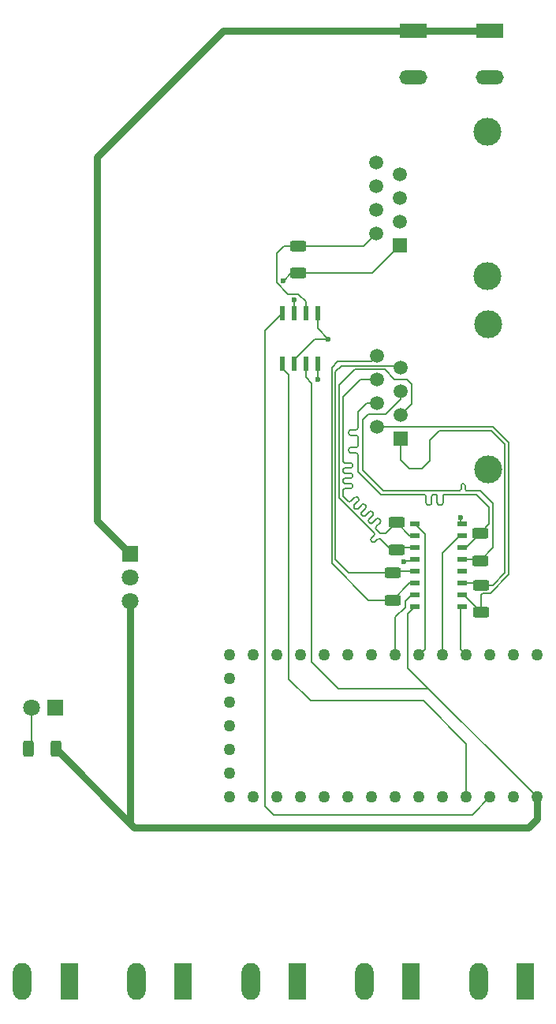
<source format=gtl>
G04 #@! TF.GenerationSoftware,KiCad,Pcbnew,8.0.0*
G04 #@! TF.CreationDate,2024-08-30T13:19:30-05:00*
G04 #@! TF.ProjectId,Rain and Switches Control Board,5261696e-2061-46e6-9420-537769746368,rev?*
G04 #@! TF.SameCoordinates,Original*
G04 #@! TF.FileFunction,Copper,L1,Top*
G04 #@! TF.FilePolarity,Positive*
%FSLAX46Y46*%
G04 Gerber Fmt 4.6, Leading zero omitted, Abs format (unit mm)*
G04 Created by KiCad (PCBNEW 8.0.0) date 2024-08-30 13:19:30*
%MOMM*%
%LPD*%
G01*
G04 APERTURE LIST*
G04 Aperture macros list*
%AMRoundRect*
0 Rectangle with rounded corners*
0 $1 Rounding radius*
0 $2 $3 $4 $5 $6 $7 $8 $9 X,Y pos of 4 corners*
0 Add a 4 corners polygon primitive as box body*
4,1,4,$2,$3,$4,$5,$6,$7,$8,$9,$2,$3,0*
0 Add four circle primitives for the rounded corners*
1,1,$1+$1,$2,$3*
1,1,$1+$1,$4,$5*
1,1,$1+$1,$6,$7*
1,1,$1+$1,$8,$9*
0 Add four rect primitives between the rounded corners*
20,1,$1+$1,$2,$3,$4,$5,0*
20,1,$1+$1,$4,$5,$6,$7,0*
20,1,$1+$1,$6,$7,$8,$9,0*
20,1,$1+$1,$8,$9,$2,$3,0*%
G04 Aperture macros list end*
G04 #@! TA.AperFunction,SMDPad,CuDef*
%ADD10RoundRect,0.250000X-0.625000X0.312500X-0.625000X-0.312500X0.625000X-0.312500X0.625000X0.312500X0*%
G04 #@! TD*
G04 #@! TA.AperFunction,ComponentPad*
%ADD11R,1.800000X1.800000*%
G04 #@! TD*
G04 #@! TA.AperFunction,ComponentPad*
%ADD12C,1.800000*%
G04 #@! TD*
G04 #@! TA.AperFunction,SMDPad,CuDef*
%ADD13RoundRect,0.250000X0.312500X0.625000X-0.312500X0.625000X-0.312500X-0.625000X0.312500X-0.625000X0*%
G04 #@! TD*
G04 #@! TA.AperFunction,ComponentPad*
%ADD14R,1.980000X3.960000*%
G04 #@! TD*
G04 #@! TA.AperFunction,ComponentPad*
%ADD15O,1.980000X3.960000*%
G04 #@! TD*
G04 #@! TA.AperFunction,ComponentPad*
%ADD16R,1.500000X1.500000*%
G04 #@! TD*
G04 #@! TA.AperFunction,ComponentPad*
%ADD17C,1.500000*%
G04 #@! TD*
G04 #@! TA.AperFunction,ComponentPad*
%ADD18C,3.000000*%
G04 #@! TD*
G04 #@! TA.AperFunction,ComponentPad*
%ADD19R,3.000000X1.500000*%
G04 #@! TD*
G04 #@! TA.AperFunction,ComponentPad*
%ADD20O,3.000000X1.500000*%
G04 #@! TD*
G04 #@! TA.AperFunction,SMDPad,CuDef*
%ADD21R,1.104900X0.508000*%
G04 #@! TD*
G04 #@! TA.AperFunction,SMDPad,CuDef*
%ADD22R,0.609600X1.549400*%
G04 #@! TD*
G04 #@! TA.AperFunction,ComponentPad*
%ADD23C,1.265000*%
G04 #@! TD*
G04 #@! TA.AperFunction,ViaPad*
%ADD24C,0.600000*%
G04 #@! TD*
G04 #@! TA.AperFunction,Conductor*
%ADD25C,0.762000*%
G04 #@! TD*
G04 #@! TA.AperFunction,Conductor*
%ADD26C,0.200000*%
G04 #@! TD*
G04 APERTURE END LIST*
D10*
X168800000Y-90035000D03*
X168800000Y-92960000D03*
D11*
X140180000Y-93350000D03*
D12*
X140180000Y-95890000D03*
X140180000Y-98430000D03*
D10*
X177870000Y-96750000D03*
X177870000Y-99675000D03*
D13*
X132252500Y-114310000D03*
X129327500Y-114310000D03*
D14*
X158140000Y-139250000D03*
D15*
X153140000Y-139250000D03*
D16*
X169270000Y-81000000D03*
D17*
X166730000Y-79730000D03*
X169270000Y-78460000D03*
X166730000Y-77190000D03*
X169270000Y-75920000D03*
X166730000Y-74650000D03*
X169270000Y-73380000D03*
X166730000Y-72110000D03*
D18*
X178670000Y-84325000D03*
X178670000Y-68785000D03*
D11*
X132210000Y-109890000D03*
D12*
X129670000Y-109890000D03*
D10*
X177790000Y-91185000D03*
X177790000Y-94110000D03*
D19*
X178800000Y-37285000D03*
X170600000Y-37285000D03*
D20*
X178800000Y-42285000D03*
X170600000Y-42285000D03*
D10*
X168400000Y-95420000D03*
X168400000Y-98345000D03*
D14*
X182620000Y-139250000D03*
D15*
X177620000Y-139250000D03*
D21*
X175820000Y-99080000D03*
X175820000Y-97810000D03*
X175820000Y-96540000D03*
X175820000Y-95270000D03*
X175820000Y-94000000D03*
X175820000Y-92730000D03*
X175820000Y-91460000D03*
X175820000Y-90190000D03*
X170740000Y-90190000D03*
X170740000Y-91460000D03*
X170740000Y-92730000D03*
X170740000Y-94000000D03*
X170740000Y-95270000D03*
X170740000Y-96540000D03*
X170740000Y-97810000D03*
X170740000Y-99080000D03*
D22*
X156540000Y-73005000D03*
X157810000Y-73005000D03*
X159080000Y-73005000D03*
X160350000Y-73005000D03*
X160350000Y-67605000D03*
X159080000Y-67605000D03*
X157810000Y-67605000D03*
X156540000Y-67605000D03*
D16*
X169165000Y-60295000D03*
D17*
X166625000Y-59025000D03*
X169165000Y-57755000D03*
X166625000Y-56485000D03*
X169165000Y-55215000D03*
X166625000Y-53945000D03*
X169165000Y-52675000D03*
X166625000Y-51405000D03*
D18*
X178565000Y-63620000D03*
X178565000Y-48080000D03*
D10*
X158230000Y-60357500D03*
X158230000Y-63282500D03*
D23*
X183915000Y-104265000D03*
X181375000Y-104265000D03*
X178835000Y-104265000D03*
X176295000Y-104265000D03*
X173755000Y-104265000D03*
X171215000Y-104265000D03*
X168675000Y-104265000D03*
X166135000Y-104265000D03*
X163595000Y-104265000D03*
X161055000Y-104265000D03*
X158515000Y-104265000D03*
X155975000Y-104265000D03*
X153435000Y-104265000D03*
X150895000Y-104265000D03*
X150895000Y-106805000D03*
X150895000Y-109345000D03*
X150895000Y-111885000D03*
X150895000Y-114425000D03*
X150895000Y-116965000D03*
X150895000Y-119505000D03*
X153435000Y-119505000D03*
X155975000Y-119505000D03*
X158515000Y-119505000D03*
X161055000Y-119505000D03*
X163595000Y-119505000D03*
X166135000Y-119505000D03*
X168675000Y-119505000D03*
X171215000Y-119505000D03*
X173755000Y-119505000D03*
X176295000Y-119505000D03*
X178835000Y-119505000D03*
X181375000Y-119505000D03*
X183915000Y-119505000D03*
D14*
X133660000Y-139250000D03*
D15*
X128660000Y-139250000D03*
D14*
X145900000Y-139250000D03*
D15*
X140900000Y-139250000D03*
D14*
X170380000Y-139250000D03*
D15*
X165380000Y-139250000D03*
D24*
X175705000Y-89495735D03*
X161495000Y-70355000D03*
X169570000Y-94195000D03*
X157830000Y-66090000D03*
X156620000Y-64060000D03*
X160385000Y-74635000D03*
D25*
X183000000Y-122740000D02*
X183915000Y-121825000D01*
X183915000Y-121825000D02*
X183915000Y-119505000D01*
X140682500Y-122740000D02*
X183000000Y-122740000D01*
X140166250Y-122223750D02*
X140682500Y-122740000D01*
X140166250Y-122223750D02*
X140180000Y-122210000D01*
X140180000Y-122210000D02*
X140180000Y-98430000D01*
X132252500Y-114310000D02*
X140166250Y-122223750D01*
X136660000Y-89830000D02*
X140180000Y-93350000D01*
X136660000Y-50840000D02*
X136660000Y-89830000D01*
X170600000Y-37285000D02*
X150215000Y-37285000D01*
X150215000Y-37285000D02*
X136660000Y-50840000D01*
X178800000Y-37285000D02*
X170600000Y-37285000D01*
D26*
X159990100Y-70355000D02*
X157810000Y-72535100D01*
X175705000Y-89495735D02*
X175705000Y-90360000D01*
X170615000Y-94180000D02*
X169585000Y-94180000D01*
X169585000Y-94180000D02*
X169570000Y-94195000D01*
X161495000Y-70355000D02*
X159990100Y-70355000D01*
X161495000Y-70355000D02*
X160350000Y-69210000D01*
X175705000Y-90360000D02*
X175695000Y-90370000D01*
X160350000Y-69210000D02*
X160350000Y-67605000D01*
X161860000Y-94440000D02*
X165765000Y-98345000D01*
X170740000Y-96540000D02*
X170205000Y-96540000D01*
X165765000Y-98345000D02*
X168400000Y-98345000D01*
X170205000Y-96540000D02*
X168400000Y-98345000D01*
X166090000Y-72750000D02*
X162520000Y-72750000D01*
X166730000Y-72110000D02*
X166090000Y-72750000D01*
X162520000Y-72750000D02*
X161860000Y-73410000D01*
X161860000Y-73410000D02*
X161860000Y-94440000D01*
X177660000Y-96540000D02*
X177870000Y-96750000D01*
X172410000Y-81180000D02*
X172410000Y-83365000D01*
X180470000Y-95460000D02*
X180470000Y-81660000D01*
X175820000Y-96540000D02*
X177660000Y-96540000D01*
X179180000Y-96750000D02*
X180470000Y-95460000D01*
X169270000Y-83280000D02*
X169270000Y-81000000D01*
X178970000Y-80160000D02*
X173430000Y-80160000D01*
X171555000Y-84220000D02*
X170210000Y-84220000D01*
X177870000Y-96750000D02*
X179180000Y-96750000D01*
X173430000Y-80160000D02*
X172410000Y-81180000D01*
X180470000Y-81660000D02*
X178970000Y-80160000D01*
X170210000Y-84220000D02*
X169270000Y-83280000D01*
X172410000Y-83365000D02*
X171555000Y-84220000D01*
X177870000Y-99675000D02*
X176005000Y-97810000D01*
X176005000Y-97810000D02*
X175820000Y-97810000D01*
X179180000Y-79730000D02*
X166730000Y-79730000D01*
X180870000Y-81420000D02*
X179180000Y-79730000D01*
X177870000Y-97782500D02*
X178040000Y-97612500D01*
X180870000Y-95625685D02*
X180870000Y-81420000D01*
X177870000Y-99675000D02*
X177870000Y-97782500D01*
X178040000Y-97612500D02*
X178883185Y-97612500D01*
X178883185Y-97612500D02*
X180870000Y-95625685D01*
X166269684Y-88957358D02*
X166191902Y-88879576D01*
X163870000Y-84734314D02*
X163280000Y-84734314D01*
X165102957Y-88101758D02*
X164685763Y-88518951D01*
X163060000Y-87204314D02*
X163060000Y-86604314D01*
X164090000Y-86164314D02*
X164090000Y-86054314D01*
X163870000Y-85834314D02*
X163280000Y-85834314D01*
X163519037Y-87663351D02*
X163060000Y-87204314D01*
X165880775Y-88879576D02*
X165463581Y-89296769D01*
X168800000Y-90035000D02*
X170225000Y-91460000D01*
X164950000Y-74650000D02*
X166730000Y-74650000D01*
X165152455Y-89296769D02*
X165074673Y-89218987D01*
X163596819Y-87741133D02*
X163519037Y-87663351D01*
X164374637Y-88518951D02*
X164296855Y-88441169D01*
X165491866Y-88179540D02*
X165414084Y-88101758D01*
X166630309Y-90463496D02*
X167047502Y-90046302D01*
X167672500Y-91162500D02*
X167018186Y-91162500D01*
X163060000Y-84514314D02*
X163060000Y-84404314D01*
X163870000Y-83634314D02*
X163280000Y-83634314D01*
X165930273Y-90074587D02*
X165852491Y-89996805D01*
X167047502Y-89735176D02*
X166969720Y-89657394D01*
X165074673Y-88907860D02*
X165491866Y-88490666D01*
X164090000Y-85064314D02*
X164090000Y-84954314D01*
X163060000Y-83304314D02*
X163060000Y-82751808D01*
X170225000Y-91460000D02*
X170740000Y-91460000D01*
X168800000Y-90035000D02*
X167672500Y-91162500D01*
X164325139Y-87323940D02*
X163907945Y-87741133D01*
X165852491Y-89685678D02*
X166269684Y-89268484D01*
X163060000Y-76540000D02*
X164950000Y-74650000D01*
X163280000Y-86384314D02*
X163870000Y-86384314D01*
X167018186Y-91162500D02*
X166630309Y-90774623D01*
X164714048Y-87401722D02*
X164636266Y-87323940D01*
X164090000Y-83964314D02*
X164090000Y-83854314D01*
X163060000Y-83414314D02*
X163060000Y-83304314D01*
X163280000Y-85284314D02*
X163870000Y-85284314D01*
X163280000Y-84184314D02*
X163870000Y-84184314D01*
X163060000Y-85614314D02*
X163060000Y-85504314D01*
X163060000Y-82751808D02*
X163060000Y-76540000D01*
X164296855Y-88130042D02*
X164714048Y-87712848D01*
X166658593Y-89657394D02*
X166241399Y-90074587D01*
X166241399Y-90074587D02*
G75*
G02*
X165930273Y-90074587I-155563J155564D01*
G01*
X164090000Y-84954314D02*
G75*
G03*
X163870000Y-84734300I-220000J14D01*
G01*
X164636266Y-87323940D02*
G75*
G03*
X164325139Y-87323940I-155564J-155562D01*
G01*
X164296856Y-88441168D02*
G75*
G02*
X164296850Y-88130037I155544J155568D01*
G01*
X163870000Y-85284314D02*
G75*
G03*
X164090014Y-85064314I0J220014D01*
G01*
X164685763Y-88518951D02*
G75*
G02*
X164374637Y-88518951I-155563J155564D01*
G01*
X163060000Y-85504314D02*
G75*
G02*
X163280000Y-85284300I220000J14D01*
G01*
X165491866Y-88490666D02*
G75*
G03*
X165491869Y-88179537I-155566J155566D01*
G01*
X166969720Y-89657394D02*
G75*
G03*
X166658594Y-89657395I-155563J-155562D01*
G01*
X165463581Y-89296769D02*
G75*
G02*
X165152455Y-89296769I-155563J155564D01*
G01*
X167047502Y-90046302D02*
G75*
G03*
X167047541Y-89735137I-155602J155602D01*
G01*
X163060000Y-84404314D02*
G75*
G02*
X163280000Y-84184300I220000J14D01*
G01*
X163280000Y-85834314D02*
G75*
G02*
X163059986Y-85614314I0J220014D01*
G01*
X163280000Y-83634314D02*
G75*
G02*
X163059986Y-83414314I0J220014D01*
G01*
X163060000Y-86604314D02*
G75*
G02*
X163280000Y-86384300I220000J14D01*
G01*
X166269684Y-89268484D02*
G75*
G03*
X166269705Y-88957337I-155584J155584D01*
G01*
X164714048Y-87712848D02*
G75*
G03*
X164714033Y-87401737I-155548J155548D01*
G01*
X165074674Y-89218986D02*
G75*
G02*
X165074650Y-88907837I155526J155586D01*
G01*
X163870000Y-84184314D02*
G75*
G03*
X164090014Y-83964314I0J220014D01*
G01*
X166191902Y-88879576D02*
G75*
G03*
X165880776Y-88879577I-155563J-155562D01*
G01*
X165414084Y-88101758D02*
G75*
G03*
X165102958Y-88101759I-155563J-155562D01*
G01*
X165852491Y-89996805D02*
G75*
G02*
X165852450Y-89685637I155609J155605D01*
G01*
X163870000Y-86384314D02*
G75*
G03*
X164090014Y-86164314I0J220014D01*
G01*
X166630310Y-90774622D02*
G75*
G02*
X166630350Y-90463537I155590J155522D01*
G01*
X164090000Y-86054314D02*
G75*
G03*
X163870000Y-85834300I-220000J14D01*
G01*
X163280000Y-84734314D02*
G75*
G02*
X163059986Y-84514314I0J220014D01*
G01*
X164090000Y-83854314D02*
G75*
G03*
X163870000Y-83634300I-220000J14D01*
G01*
X163907945Y-87741133D02*
G75*
G02*
X163596819Y-87741133I-155563J155564D01*
G01*
X179190000Y-87980000D02*
X177800000Y-86590000D01*
X165800000Y-78420000D02*
X167670000Y-78420000D01*
X175525169Y-86590000D02*
X174762400Y-86590000D01*
X176165169Y-86430000D02*
X176165169Y-86000000D01*
X177680000Y-94000000D02*
X177790000Y-94110000D01*
X174762400Y-86590000D02*
X167390000Y-86590000D01*
X169270000Y-76820000D02*
X169270000Y-75920000D01*
X175820000Y-94000000D02*
X177680000Y-94000000D01*
X165190000Y-79030000D02*
X165800000Y-78420000D01*
X177880000Y-94092500D02*
X177792500Y-94180000D01*
X176005169Y-85840000D02*
X175925169Y-85840000D01*
X167670000Y-78420000D02*
X169270000Y-76820000D01*
X175605169Y-86590000D02*
X175525169Y-86590000D01*
X165190000Y-84390000D02*
X165190000Y-79030000D01*
X177800000Y-86590000D02*
X176325169Y-86590000D01*
X179190000Y-92710000D02*
X179190000Y-87980000D01*
X167390000Y-86590000D02*
X165190000Y-84390000D01*
X175765169Y-86000000D02*
X175765169Y-86430000D01*
X177790000Y-94110000D02*
X179190000Y-92710000D01*
X176325169Y-86590000D02*
G75*
G02*
X176165200Y-86430000I31J160000D01*
G01*
X175925169Y-85840000D02*
G75*
G03*
X175765200Y-86000000I31J-160000D01*
G01*
X176165169Y-86000000D02*
G75*
G03*
X176005169Y-85840031I-159969J0D01*
G01*
X175765169Y-86430000D02*
G75*
G02*
X175605169Y-86589969I-159969J0D01*
G01*
X171994866Y-87250000D02*
X171994866Y-87920000D01*
X163690000Y-82210750D02*
X163690000Y-82330750D01*
X178780000Y-88370000D02*
X178780000Y-90195000D01*
X164690000Y-82930750D02*
X164690000Y-83977441D01*
X164690000Y-80911644D02*
X164690000Y-81730750D01*
X163930000Y-82570750D02*
X164450000Y-82570750D01*
X175820000Y-92730000D02*
X176245000Y-92730000D01*
X173194866Y-87250000D02*
X173194866Y-87920000D01*
X164690000Y-83977441D02*
X164690000Y-84590000D01*
X172834866Y-87010000D02*
X172954866Y-87010000D01*
X163930000Y-80071644D02*
X164450000Y-80071644D01*
X174154866Y-87010000D02*
X174710000Y-87010000D01*
X177420000Y-87010000D02*
X178780000Y-88370000D01*
X164690000Y-78120000D02*
X165620000Y-77190000D01*
X164690000Y-82810750D02*
X164690000Y-82930750D01*
X164690000Y-84590000D02*
X167110000Y-87010000D01*
X164690000Y-79460656D02*
X164690000Y-78120000D01*
X173434866Y-88160000D02*
X173554866Y-88160000D01*
X174034866Y-87010000D02*
X174154866Y-87010000D01*
X172234866Y-88160000D02*
X172354866Y-88160000D01*
X167110000Y-87010000D02*
X171754866Y-87010000D01*
X174710000Y-87010000D02*
X177420000Y-87010000D01*
X163690000Y-80431644D02*
X163690000Y-80311644D01*
X172594866Y-87920000D02*
X172594866Y-87250000D01*
X164690000Y-79831644D02*
X164690000Y-79711644D01*
X164450000Y-80671644D02*
X163930000Y-80671644D01*
X165620000Y-77190000D02*
X166730000Y-77190000D01*
X164450000Y-81970750D02*
X163930000Y-81970750D01*
X173794866Y-87920000D02*
X173794866Y-87250000D01*
X164690000Y-79711644D02*
X164690000Y-79460656D01*
X176245000Y-92730000D02*
X177790000Y-91185000D01*
X178780000Y-90195000D02*
X177790000Y-91185000D01*
X173554866Y-88160000D02*
G75*
G03*
X173794900Y-87920000I34J240000D01*
G01*
X164690000Y-81730750D02*
G75*
G02*
X164450000Y-81970800I-240000J-50D01*
G01*
X173794866Y-87250000D02*
G75*
G02*
X174034866Y-87009966I240034J0D01*
G01*
X173194866Y-87920000D02*
G75*
G03*
X173434866Y-88160034I240034J0D01*
G01*
X172354866Y-88160000D02*
G75*
G03*
X172594900Y-87920000I34J240000D01*
G01*
X163930000Y-80671644D02*
G75*
G02*
X163689956Y-80431644I0J240044D01*
G01*
X164450000Y-82570750D02*
G75*
G02*
X164689950Y-82810750I0J-239950D01*
G01*
X163690000Y-80311644D02*
G75*
G02*
X163930000Y-80071600I240000J44D01*
G01*
X164690000Y-80911644D02*
G75*
G03*
X164450000Y-80671600I-240000J44D01*
G01*
X172594866Y-87250000D02*
G75*
G02*
X172834866Y-87009966I240034J0D01*
G01*
X163690000Y-82330750D02*
G75*
G03*
X163930000Y-82570800I240000J-50D01*
G01*
X171754866Y-87010000D02*
G75*
G02*
X171994900Y-87250000I34J-240000D01*
G01*
X172954866Y-87010000D02*
G75*
G02*
X173194900Y-87250000I34J-240000D01*
G01*
X171994866Y-87920000D02*
G75*
G03*
X172234866Y-88160034I240034J0D01*
G01*
X164450000Y-80071644D02*
G75*
G03*
X164690044Y-79831644I0J240044D01*
G01*
X163930000Y-81970750D02*
G75*
G03*
X163690050Y-82210750I0J-239950D01*
G01*
X169030000Y-92730000D02*
X168800000Y-92960000D01*
X164370000Y-73600000D02*
X167525000Y-73600000D01*
X170460000Y-77270000D02*
X169270000Y-78460000D01*
X170460000Y-75185075D02*
X170460000Y-77270000D01*
X166179869Y-92091949D02*
X166102087Y-92014167D01*
X168800000Y-92960000D02*
X168250001Y-92960000D01*
X170740000Y-92730000D02*
X169030000Y-92730000D01*
X162660000Y-87369999D02*
X162660000Y-75310000D01*
X168287500Y-92910000D02*
X168190000Y-92812500D01*
X168102500Y-92812500D02*
X168190000Y-92812500D01*
X168605000Y-74680000D02*
X169954925Y-74680000D01*
X166392001Y-91102000D02*
X166314220Y-91024219D01*
X166780910Y-91802036D02*
X166490997Y-92091950D01*
X162660000Y-75310000D02*
X164370000Y-73600000D01*
X168250001Y-92960000D02*
X167092038Y-91802037D01*
X169954925Y-74680000D02*
X170460000Y-75185075D01*
X167525000Y-73600000D02*
X168605000Y-74680000D01*
X166106720Y-90816719D02*
X162660000Y-87369999D01*
X166102088Y-91703041D02*
X166392000Y-91413126D01*
X166314220Y-91024219D02*
X166106720Y-90816719D01*
X167092038Y-91802037D02*
G75*
G03*
X166780937Y-91802063I-155538J-155563D01*
G01*
X166490997Y-92091950D02*
G75*
G02*
X166179836Y-92091982I-155597J155550D01*
G01*
X166392000Y-91413126D02*
G75*
G03*
X166391963Y-91102038I-155600J155526D01*
G01*
X166102088Y-92014166D02*
G75*
G02*
X166102084Y-91703037I155512J155566D01*
G01*
X162890000Y-73200000D02*
X162260000Y-73830000D01*
X169090000Y-73200000D02*
X162890000Y-73200000D01*
X163690000Y-95420000D02*
X168400000Y-95420000D01*
X170740000Y-95270000D02*
X168550000Y-95270000D01*
X168550000Y-95270000D02*
X168400000Y-95420000D01*
X162260000Y-73830000D02*
X162260000Y-93990000D01*
X170606470Y-95450000D02*
X170610735Y-95445735D01*
X169270000Y-73380000D02*
X169090000Y-73200000D01*
X162260000Y-93990000D02*
X163690000Y-95420000D01*
X157190000Y-65490000D02*
X155994900Y-64294900D01*
X155994900Y-61095100D02*
X156732500Y-60357500D01*
X158280000Y-65490000D02*
X157190000Y-65490000D01*
X159080000Y-67605000D02*
X159080000Y-66290000D01*
X165292500Y-60357500D02*
X166625000Y-59025000D01*
X159080000Y-66290000D02*
X158280000Y-65490000D01*
X158230000Y-60357500D02*
X165292500Y-60357500D01*
X156732500Y-60357500D02*
X158230000Y-60357500D01*
X155994900Y-64294900D02*
X155994900Y-61095100D01*
X157830000Y-67585000D02*
X157810000Y-67605000D01*
X157830000Y-66090000D02*
X157830000Y-67585000D01*
X156620000Y-64060000D02*
X156690000Y-64060000D01*
X156690000Y-64060000D02*
X157467500Y-63282500D01*
X166177500Y-63282500D02*
X169165000Y-60295000D01*
X157467500Y-63282500D02*
X166177500Y-63282500D01*
X157467500Y-63282500D02*
X158230000Y-63282500D01*
X159080000Y-74430000D02*
X159715000Y-75065000D01*
X170045000Y-105635000D02*
X183915000Y-119505000D01*
X159715000Y-105025000D02*
X162535000Y-107845000D01*
X162535000Y-107845000D02*
X172255000Y-107845000D01*
X159080000Y-73005000D02*
X159080000Y-74430000D01*
X159715000Y-75065000D02*
X159715000Y-105025000D01*
X170045000Y-99830000D02*
X170045000Y-105635000D01*
X170615000Y-99260000D02*
X170045000Y-99830000D01*
X132282500Y-114280000D02*
X132252500Y-114310000D01*
X157265000Y-106855000D02*
X159585000Y-109175000D01*
X159585000Y-109175000D02*
X171695000Y-109175000D01*
X157265000Y-74199900D02*
X157265000Y-106855000D01*
X156540000Y-73474900D02*
X157265000Y-74199900D01*
X171695000Y-109175000D02*
X176295000Y-113775000D01*
X176295000Y-113775000D02*
X176295000Y-119505000D01*
X156540000Y-73005000D02*
X156540000Y-73474900D01*
X169760000Y-99110000D02*
X168675000Y-100195000D01*
X169760000Y-98491550D02*
X169760000Y-99110000D01*
X168675000Y-100195000D02*
X168675000Y-100720000D01*
X170740000Y-97810000D02*
X170441550Y-97810000D01*
X170441550Y-97810000D02*
X169760000Y-98491550D01*
X168675000Y-100720000D02*
X168675000Y-104265000D01*
X160385000Y-74635000D02*
X160350000Y-74600000D01*
X160350000Y-74600000D02*
X160350000Y-73005000D01*
X175695000Y-103665000D02*
X176295000Y-104265000D01*
X175695000Y-99205000D02*
X175695000Y-103665000D01*
X175820000Y-99080000D02*
X175695000Y-99205000D01*
X171847500Y-91237500D02*
X171847500Y-103632500D01*
X170980000Y-90370000D02*
X171847500Y-91237500D01*
X171847500Y-103632500D02*
X171215000Y-104265000D01*
X170615000Y-90370000D02*
X170980000Y-90370000D01*
X154715000Y-120495000D02*
X155595000Y-121375000D01*
X156545000Y-67600000D02*
X156540000Y-67605000D01*
X155595000Y-121375000D02*
X176965000Y-121375000D01*
X154715000Y-69430000D02*
X154715000Y-120495000D01*
X156540000Y-67605000D02*
X154715000Y-69430000D01*
X176965000Y-121375000D02*
X178835000Y-119505000D01*
X175695000Y-91640000D02*
X175410000Y-91640000D01*
X175410000Y-91640000D02*
X173755000Y-93295000D01*
X173755000Y-93295000D02*
X173755000Y-104265000D01*
X129670000Y-113967500D02*
X129327500Y-114310000D01*
X129670000Y-109890000D02*
X129670000Y-113967500D01*
M02*

</source>
